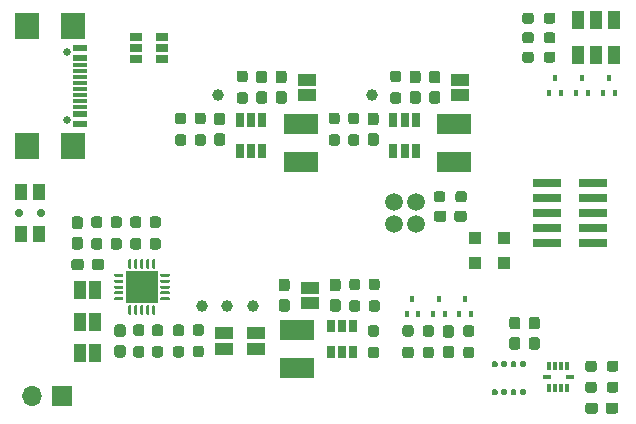
<source format=gbr>
%TF.GenerationSoftware,KiCad,Pcbnew,(5.1.7)-1*%
%TF.CreationDate,2021-01-20T17:17:38-05:00*%
%TF.ProjectId,SYSC4907_REV2,53595343-3439-4303-975f-524556322e6b,rev?*%
%TF.SameCoordinates,Original*%
%TF.FileFunction,Soldermask,Top*%
%TF.FilePolarity,Negative*%
%FSLAX46Y46*%
G04 Gerber Fmt 4.6, Leading zero omitted, Abs format (unit mm)*
G04 Created by KiCad (PCBNEW (5.1.7)-1) date 2021-01-20 17:17:38*
%MOMM*%
%LPD*%
G01*
G04 APERTURE LIST*
%ADD10R,1.000000X1.000000*%
%ADD11R,1.150000X0.300000*%
%ADD12R,1.150000X0.600000*%
%ADD13R,2.000000X2.180000*%
%ADD14C,0.650000*%
%ADD15R,2.400000X0.740000*%
%ADD16R,1.000000X1.500000*%
%ADD17R,1.500000X1.000000*%
%ADD18R,2.900000X1.800000*%
%ADD19R,0.400000X0.510000*%
%ADD20R,1.050000X1.400000*%
%ADD21C,0.700000*%
%ADD22C,1.000000*%
%ADD23R,1.060000X0.650000*%
%ADD24R,2.700000X2.700000*%
%ADD25R,0.650000X1.220000*%
%ADD26R,0.650000X1.060000*%
%ADD27C,1.500000*%
%ADD28R,0.300000X0.800000*%
%ADD29R,0.800000X0.300000*%
%ADD30R,1.700000X1.700000*%
%ADD31O,1.700000X1.700000*%
G04 APERTURE END LIST*
%TO.C,C301*%
G36*
G01*
X56967000Y-127102500D02*
X56967000Y-126627500D01*
G75*
G02*
X57204500Y-126390000I237500J0D01*
G01*
X57804500Y-126390000D01*
G75*
G02*
X58042000Y-126627500I0J-237500D01*
G01*
X58042000Y-127102500D01*
G75*
G02*
X57804500Y-127340000I-237500J0D01*
G01*
X57204500Y-127340000D01*
G75*
G02*
X56967000Y-127102500I0J237500D01*
G01*
G37*
G36*
G01*
X55242000Y-127102500D02*
X55242000Y-126627500D01*
G75*
G02*
X55479500Y-126390000I237500J0D01*
G01*
X56079500Y-126390000D01*
G75*
G02*
X56317000Y-126627500I0J-237500D01*
G01*
X56317000Y-127102500D01*
G75*
G02*
X56079500Y-127340000I-237500J0D01*
G01*
X55479500Y-127340000D01*
G75*
G02*
X55242000Y-127102500I0J237500D01*
G01*
G37*
%TD*%
%TO.C,C302*%
G36*
G01*
X71603500Y-113254000D02*
X71128500Y-113254000D01*
G75*
G02*
X70891000Y-113016500I0J237500D01*
G01*
X70891000Y-112416500D01*
G75*
G02*
X71128500Y-112179000I237500J0D01*
G01*
X71603500Y-112179000D01*
G75*
G02*
X71841000Y-112416500I0J-237500D01*
G01*
X71841000Y-113016500D01*
G75*
G02*
X71603500Y-113254000I-237500J0D01*
G01*
G37*
G36*
G01*
X71603500Y-111529000D02*
X71128500Y-111529000D01*
G75*
G02*
X70891000Y-111291500I0J237500D01*
G01*
X70891000Y-110691500D01*
G75*
G02*
X71128500Y-110454000I237500J0D01*
G01*
X71603500Y-110454000D01*
G75*
G02*
X71841000Y-110691500I0J-237500D01*
G01*
X71841000Y-111291500D01*
G75*
G02*
X71603500Y-111529000I-237500J0D01*
G01*
G37*
%TD*%
%TO.C,C303*%
G36*
G01*
X59610000Y-134742000D02*
X59135000Y-134742000D01*
G75*
G02*
X58897500Y-134504500I0J237500D01*
G01*
X58897500Y-133904500D01*
G75*
G02*
X59135000Y-133667000I237500J0D01*
G01*
X59610000Y-133667000D01*
G75*
G02*
X59847500Y-133904500I0J-237500D01*
G01*
X59847500Y-134504500D01*
G75*
G02*
X59610000Y-134742000I-237500J0D01*
G01*
G37*
G36*
G01*
X59610000Y-133017000D02*
X59135000Y-133017000D01*
G75*
G02*
X58897500Y-132779500I0J237500D01*
G01*
X58897500Y-132179500D01*
G75*
G02*
X59135000Y-131942000I237500J0D01*
G01*
X59610000Y-131942000D01*
G75*
G02*
X59847500Y-132179500I0J-237500D01*
G01*
X59847500Y-132779500D01*
G75*
G02*
X59610000Y-133017000I-237500J0D01*
G01*
G37*
%TD*%
%TO.C,C304*%
G36*
G01*
X68047500Y-115085000D02*
X67572500Y-115085000D01*
G75*
G02*
X67335000Y-114847500I0J237500D01*
G01*
X67335000Y-114247500D01*
G75*
G02*
X67572500Y-114010000I237500J0D01*
G01*
X68047500Y-114010000D01*
G75*
G02*
X68285000Y-114247500I0J-237500D01*
G01*
X68285000Y-114847500D01*
G75*
G02*
X68047500Y-115085000I-237500J0D01*
G01*
G37*
G36*
G01*
X68047500Y-116810000D02*
X67572500Y-116810000D01*
G75*
G02*
X67335000Y-116572500I0J237500D01*
G01*
X67335000Y-115972500D01*
G75*
G02*
X67572500Y-115735000I237500J0D01*
G01*
X68047500Y-115735000D01*
G75*
G02*
X68285000Y-115972500I0J-237500D01*
G01*
X68285000Y-116572500D01*
G75*
G02*
X68047500Y-116810000I-237500J0D01*
G01*
G37*
%TD*%
%TO.C,C305*%
G36*
G01*
X73254500Y-113254000D02*
X72779500Y-113254000D01*
G75*
G02*
X72542000Y-113016500I0J237500D01*
G01*
X72542000Y-112416500D01*
G75*
G02*
X72779500Y-112179000I237500J0D01*
G01*
X73254500Y-112179000D01*
G75*
G02*
X73492000Y-112416500I0J-237500D01*
G01*
X73492000Y-113016500D01*
G75*
G02*
X73254500Y-113254000I-237500J0D01*
G01*
G37*
G36*
G01*
X73254500Y-111529000D02*
X72779500Y-111529000D01*
G75*
G02*
X72542000Y-111291500I0J237500D01*
G01*
X72542000Y-110691500D01*
G75*
G02*
X72779500Y-110454000I237500J0D01*
G01*
X73254500Y-110454000D01*
G75*
G02*
X73492000Y-110691500I0J-237500D01*
G01*
X73492000Y-111291500D01*
G75*
G02*
X73254500Y-111529000I-237500J0D01*
G01*
G37*
%TD*%
%TO.C,C306*%
G36*
G01*
X55990500Y-123873000D02*
X55515500Y-123873000D01*
G75*
G02*
X55278000Y-123635500I0J237500D01*
G01*
X55278000Y-123035500D01*
G75*
G02*
X55515500Y-122798000I237500J0D01*
G01*
X55990500Y-122798000D01*
G75*
G02*
X56228000Y-123035500I0J-237500D01*
G01*
X56228000Y-123635500D01*
G75*
G02*
X55990500Y-123873000I-237500J0D01*
G01*
G37*
G36*
G01*
X55990500Y-125598000D02*
X55515500Y-125598000D01*
G75*
G02*
X55278000Y-125360500I0J237500D01*
G01*
X55278000Y-124760500D01*
G75*
G02*
X55515500Y-124523000I237500J0D01*
G01*
X55990500Y-124523000D01*
G75*
G02*
X56228000Y-124760500I0J-237500D01*
G01*
X56228000Y-125360500D01*
G75*
G02*
X55990500Y-125598000I-237500J0D01*
G01*
G37*
%TD*%
%TO.C,C307*%
G36*
G01*
X84603500Y-111529000D02*
X84128500Y-111529000D01*
G75*
G02*
X83891000Y-111291500I0J237500D01*
G01*
X83891000Y-110691500D01*
G75*
G02*
X84128500Y-110454000I237500J0D01*
G01*
X84603500Y-110454000D01*
G75*
G02*
X84841000Y-110691500I0J-237500D01*
G01*
X84841000Y-111291500D01*
G75*
G02*
X84603500Y-111529000I-237500J0D01*
G01*
G37*
G36*
G01*
X84603500Y-113254000D02*
X84128500Y-113254000D01*
G75*
G02*
X83891000Y-113016500I0J237500D01*
G01*
X83891000Y-112416500D01*
G75*
G02*
X84128500Y-112179000I237500J0D01*
G01*
X84603500Y-112179000D01*
G75*
G02*
X84841000Y-112416500I0J-237500D01*
G01*
X84841000Y-113016500D01*
G75*
G02*
X84603500Y-113254000I-237500J0D01*
G01*
G37*
%TD*%
%TO.C,C308*%
G36*
G01*
X87420500Y-133076500D02*
X86945500Y-133076500D01*
G75*
G02*
X86708000Y-132839000I0J237500D01*
G01*
X86708000Y-132239000D01*
G75*
G02*
X86945500Y-132001500I237500J0D01*
G01*
X87420500Y-132001500D01*
G75*
G02*
X87658000Y-132239000I0J-237500D01*
G01*
X87658000Y-132839000D01*
G75*
G02*
X87420500Y-133076500I-237500J0D01*
G01*
G37*
G36*
G01*
X87420500Y-134801500D02*
X86945500Y-134801500D01*
G75*
G02*
X86708000Y-134564000I0J237500D01*
G01*
X86708000Y-133964000D01*
G75*
G02*
X86945500Y-133726500I237500J0D01*
G01*
X87420500Y-133726500D01*
G75*
G02*
X87658000Y-133964000I0J-237500D01*
G01*
X87658000Y-134564000D01*
G75*
G02*
X87420500Y-134801500I-237500J0D01*
G01*
G37*
%TD*%
%TO.C,C309*%
G36*
G01*
X81047500Y-116810000D02*
X80572500Y-116810000D01*
G75*
G02*
X80335000Y-116572500I0J237500D01*
G01*
X80335000Y-115972500D01*
G75*
G02*
X80572500Y-115735000I237500J0D01*
G01*
X81047500Y-115735000D01*
G75*
G02*
X81285000Y-115972500I0J-237500D01*
G01*
X81285000Y-116572500D01*
G75*
G02*
X81047500Y-116810000I-237500J0D01*
G01*
G37*
G36*
G01*
X81047500Y-115085000D02*
X80572500Y-115085000D01*
G75*
G02*
X80335000Y-114847500I0J237500D01*
G01*
X80335000Y-114247500D01*
G75*
G02*
X80572500Y-114010000I237500J0D01*
G01*
X81047500Y-114010000D01*
G75*
G02*
X81285000Y-114247500I0J-237500D01*
G01*
X81285000Y-114847500D01*
G75*
G02*
X81047500Y-115085000I-237500J0D01*
G01*
G37*
%TD*%
%TO.C,C310*%
G36*
G01*
X73514000Y-129139500D02*
X73039000Y-129139500D01*
G75*
G02*
X72801500Y-128902000I0J237500D01*
G01*
X72801500Y-128302000D01*
G75*
G02*
X73039000Y-128064500I237500J0D01*
G01*
X73514000Y-128064500D01*
G75*
G02*
X73751500Y-128302000I0J-237500D01*
G01*
X73751500Y-128902000D01*
G75*
G02*
X73514000Y-129139500I-237500J0D01*
G01*
G37*
G36*
G01*
X73514000Y-130864500D02*
X73039000Y-130864500D01*
G75*
G02*
X72801500Y-130627000I0J237500D01*
G01*
X72801500Y-130027000D01*
G75*
G02*
X73039000Y-129789500I237500J0D01*
G01*
X73514000Y-129789500D01*
G75*
G02*
X73751500Y-130027000I0J-237500D01*
G01*
X73751500Y-130627000D01*
G75*
G02*
X73514000Y-130864500I-237500J0D01*
G01*
G37*
%TD*%
%TO.C,C311*%
G36*
G01*
X86254500Y-113254000D02*
X85779500Y-113254000D01*
G75*
G02*
X85542000Y-113016500I0J237500D01*
G01*
X85542000Y-112416500D01*
G75*
G02*
X85779500Y-112179000I237500J0D01*
G01*
X86254500Y-112179000D01*
G75*
G02*
X86492000Y-112416500I0J-237500D01*
G01*
X86492000Y-113016500D01*
G75*
G02*
X86254500Y-113254000I-237500J0D01*
G01*
G37*
G36*
G01*
X86254500Y-111529000D02*
X85779500Y-111529000D01*
G75*
G02*
X85542000Y-111291500I0J237500D01*
G01*
X85542000Y-110691500D01*
G75*
G02*
X85779500Y-110454000I237500J0D01*
G01*
X86254500Y-110454000D01*
G75*
G02*
X86492000Y-110691500I0J-237500D01*
G01*
X86492000Y-111291500D01*
G75*
G02*
X86254500Y-111529000I-237500J0D01*
G01*
G37*
%TD*%
%TO.C,C312*%
G36*
G01*
X77832000Y-129139500D02*
X77357000Y-129139500D01*
G75*
G02*
X77119500Y-128902000I0J237500D01*
G01*
X77119500Y-128302000D01*
G75*
G02*
X77357000Y-128064500I237500J0D01*
G01*
X77832000Y-128064500D01*
G75*
G02*
X78069500Y-128302000I0J-237500D01*
G01*
X78069500Y-128902000D01*
G75*
G02*
X77832000Y-129139500I-237500J0D01*
G01*
G37*
G36*
G01*
X77832000Y-130864500D02*
X77357000Y-130864500D01*
G75*
G02*
X77119500Y-130627000I0J237500D01*
G01*
X77119500Y-130027000D01*
G75*
G02*
X77357000Y-129789500I237500J0D01*
G01*
X77832000Y-129789500D01*
G75*
G02*
X78069500Y-130027000I0J-237500D01*
G01*
X78069500Y-130627000D01*
G75*
G02*
X77832000Y-130864500I-237500J0D01*
G01*
G37*
%TD*%
%TO.C,C415*%
G36*
G01*
X87663000Y-123017500D02*
X87663000Y-122542500D01*
G75*
G02*
X87900500Y-122305000I237500J0D01*
G01*
X88500500Y-122305000D01*
G75*
G02*
X88738000Y-122542500I0J-237500D01*
G01*
X88738000Y-123017500D01*
G75*
G02*
X88500500Y-123255000I-237500J0D01*
G01*
X87900500Y-123255000D01*
G75*
G02*
X87663000Y-123017500I0J237500D01*
G01*
G37*
G36*
G01*
X85938000Y-123017500D02*
X85938000Y-122542500D01*
G75*
G02*
X86175500Y-122305000I237500J0D01*
G01*
X86775500Y-122305000D01*
G75*
G02*
X87013000Y-122542500I0J-237500D01*
G01*
X87013000Y-123017500D01*
G75*
G02*
X86775500Y-123255000I-237500J0D01*
G01*
X86175500Y-123255000D01*
G75*
G02*
X85938000Y-123017500I0J237500D01*
G01*
G37*
%TD*%
%TO.C,C416*%
G36*
G01*
X94687500Y-134086000D02*
X94212500Y-134086000D01*
G75*
G02*
X93975000Y-133848500I0J237500D01*
G01*
X93975000Y-133248500D01*
G75*
G02*
X94212500Y-133011000I237500J0D01*
G01*
X94687500Y-133011000D01*
G75*
G02*
X94925000Y-133248500I0J-237500D01*
G01*
X94925000Y-133848500D01*
G75*
G02*
X94687500Y-134086000I-237500J0D01*
G01*
G37*
G36*
G01*
X94687500Y-132361000D02*
X94212500Y-132361000D01*
G75*
G02*
X93975000Y-132123500I0J237500D01*
G01*
X93975000Y-131523500D01*
G75*
G02*
X94212500Y-131286000I237500J0D01*
G01*
X94687500Y-131286000D01*
G75*
G02*
X94925000Y-131523500I0J-237500D01*
G01*
X94925000Y-132123500D01*
G75*
G02*
X94687500Y-132361000I-237500J0D01*
G01*
G37*
%TD*%
%TO.C,C417*%
G36*
G01*
X93036500Y-132361000D02*
X92561500Y-132361000D01*
G75*
G02*
X92324000Y-132123500I0J237500D01*
G01*
X92324000Y-131523500D01*
G75*
G02*
X92561500Y-131286000I237500J0D01*
G01*
X93036500Y-131286000D01*
G75*
G02*
X93274000Y-131523500I0J-237500D01*
G01*
X93274000Y-132123500D01*
G75*
G02*
X93036500Y-132361000I-237500J0D01*
G01*
G37*
G36*
G01*
X93036500Y-134086000D02*
X92561500Y-134086000D01*
G75*
G02*
X92324000Y-133848500I0J237500D01*
G01*
X92324000Y-133248500D01*
G75*
G02*
X92561500Y-133011000I237500J0D01*
G01*
X93036500Y-133011000D01*
G75*
G02*
X93274000Y-133248500I0J-237500D01*
G01*
X93274000Y-133848500D01*
G75*
G02*
X93036500Y-134086000I-237500J0D01*
G01*
G37*
%TD*%
%TO.C,C418*%
G36*
G01*
X100490000Y-139273500D02*
X100490000Y-138798500D01*
G75*
G02*
X100727500Y-138561000I237500J0D01*
G01*
X101327500Y-138561000D01*
G75*
G02*
X101565000Y-138798500I0J-237500D01*
G01*
X101565000Y-139273500D01*
G75*
G02*
X101327500Y-139511000I-237500J0D01*
G01*
X100727500Y-139511000D01*
G75*
G02*
X100490000Y-139273500I0J237500D01*
G01*
G37*
G36*
G01*
X98765000Y-139273500D02*
X98765000Y-138798500D01*
G75*
G02*
X99002500Y-138561000I237500J0D01*
G01*
X99602500Y-138561000D01*
G75*
G02*
X99840000Y-138798500I0J-237500D01*
G01*
X99840000Y-139273500D01*
G75*
G02*
X99602500Y-139511000I-237500J0D01*
G01*
X99002500Y-139511000D01*
G75*
G02*
X98765000Y-139273500I0J237500D01*
G01*
G37*
%TD*%
D10*
%TO.C,D301*%
X91890000Y-126717000D03*
X89390000Y-126717000D03*
%TD*%
%TO.C,D302*%
X89390000Y-124658501D03*
X91890000Y-124658501D03*
%TD*%
D11*
%TO.C,J201*%
X56000000Y-111500000D03*
X56000000Y-112000000D03*
X56000000Y-112500000D03*
X56000000Y-113000000D03*
X56000000Y-113500000D03*
X56000000Y-111000000D03*
X56000000Y-110500000D03*
X56000000Y-110000000D03*
D12*
X56000000Y-109350000D03*
X56000000Y-114150000D03*
X56000000Y-114950000D03*
X56000000Y-108550000D03*
D13*
X55425000Y-106640000D03*
X55425000Y-116860000D03*
X51495000Y-116860000D03*
X51495000Y-106640000D03*
D14*
X54925000Y-108860000D03*
X54925000Y-114640000D03*
%TD*%
D15*
%TO.C,J202*%
X95550000Y-119960000D03*
X99450000Y-119960000D03*
X95550000Y-121230000D03*
X99450000Y-121230000D03*
X95550000Y-122500000D03*
X99450000Y-122500000D03*
X95550000Y-123770000D03*
X99450000Y-123770000D03*
X95550000Y-125040000D03*
X99450000Y-125040000D03*
%TD*%
D16*
%TO.C,JP301*%
X55992000Y-129024000D03*
X57292000Y-129024000D03*
%TD*%
%TO.C,JP302*%
X57292000Y-131691000D03*
X55992000Y-131691000D03*
%TD*%
%TO.C,JP303*%
X55992000Y-134358000D03*
X57292000Y-134358000D03*
%TD*%
D17*
%TO.C,JP304*%
X70866000Y-132692000D03*
X70866000Y-133992000D03*
%TD*%
%TO.C,JP305*%
X68161000Y-133986000D03*
X68161000Y-132686000D03*
%TD*%
%TO.C,JP306*%
X75176000Y-111204000D03*
X75176000Y-112504000D03*
%TD*%
%TO.C,JP307*%
X88176000Y-112504000D03*
X88176000Y-111204000D03*
%TD*%
%TO.C,JP308*%
X75435500Y-128814500D03*
X75435500Y-130114500D03*
%TD*%
D18*
%TO.C,L301*%
X74668000Y-114953000D03*
X74668000Y-118153000D03*
%TD*%
%TO.C,L302*%
X87668000Y-114953000D03*
X87668000Y-118153000D03*
%TD*%
%TO.C,L303*%
X74356000Y-135636500D03*
X74356000Y-132436500D03*
%TD*%
D19*
%TO.C,Q201*%
X96728000Y-112376000D03*
X96228000Y-111086000D03*
X95728000Y-112376000D03*
%TD*%
%TO.C,Q202*%
X98014000Y-112376000D03*
X98514000Y-111086000D03*
X99014000Y-112376000D03*
%TD*%
%TO.C,Q203*%
X101300000Y-112376000D03*
X100800000Y-111086000D03*
X100300000Y-112376000D03*
%TD*%
%TO.C,Q301*%
X88080000Y-131062000D03*
X88580000Y-129772000D03*
X89080000Y-131062000D03*
%TD*%
%TO.C,Q302*%
X85857500Y-131062000D03*
X86357500Y-129772000D03*
X86857500Y-131062000D03*
%TD*%
%TO.C,Q303*%
X84635000Y-131062000D03*
X84135000Y-129772000D03*
X83635000Y-131062000D03*
%TD*%
%TO.C,R204*%
G36*
G01*
X95256000Y-106253500D02*
X95256000Y-105778500D01*
G75*
G02*
X95493500Y-105541000I237500J0D01*
G01*
X95993500Y-105541000D01*
G75*
G02*
X96231000Y-105778500I0J-237500D01*
G01*
X96231000Y-106253500D01*
G75*
G02*
X95993500Y-106491000I-237500J0D01*
G01*
X95493500Y-106491000D01*
G75*
G02*
X95256000Y-106253500I0J237500D01*
G01*
G37*
G36*
G01*
X93431000Y-106253500D02*
X93431000Y-105778500D01*
G75*
G02*
X93668500Y-105541000I237500J0D01*
G01*
X94168500Y-105541000D01*
G75*
G02*
X94406000Y-105778500I0J-237500D01*
G01*
X94406000Y-106253500D01*
G75*
G02*
X94168500Y-106491000I-237500J0D01*
G01*
X93668500Y-106491000D01*
G75*
G02*
X93431000Y-106253500I0J237500D01*
G01*
G37*
%TD*%
%TO.C,R205*%
G36*
G01*
X93431000Y-107904500D02*
X93431000Y-107429500D01*
G75*
G02*
X93668500Y-107192000I237500J0D01*
G01*
X94168500Y-107192000D01*
G75*
G02*
X94406000Y-107429500I0J-237500D01*
G01*
X94406000Y-107904500D01*
G75*
G02*
X94168500Y-108142000I-237500J0D01*
G01*
X93668500Y-108142000D01*
G75*
G02*
X93431000Y-107904500I0J237500D01*
G01*
G37*
G36*
G01*
X95256000Y-107904500D02*
X95256000Y-107429500D01*
G75*
G02*
X95493500Y-107192000I237500J0D01*
G01*
X95993500Y-107192000D01*
G75*
G02*
X96231000Y-107429500I0J-237500D01*
G01*
X96231000Y-107904500D01*
G75*
G02*
X95993500Y-108142000I-237500J0D01*
G01*
X95493500Y-108142000D01*
G75*
G02*
X95256000Y-107904500I0J237500D01*
G01*
G37*
%TD*%
%TO.C,R206*%
G36*
G01*
X93431000Y-109555500D02*
X93431000Y-109080500D01*
G75*
G02*
X93668500Y-108843000I237500J0D01*
G01*
X94168500Y-108843000D01*
G75*
G02*
X94406000Y-109080500I0J-237500D01*
G01*
X94406000Y-109555500D01*
G75*
G02*
X94168500Y-109793000I-237500J0D01*
G01*
X93668500Y-109793000D01*
G75*
G02*
X93431000Y-109555500I0J237500D01*
G01*
G37*
G36*
G01*
X95256000Y-109555500D02*
X95256000Y-109080500D01*
G75*
G02*
X95493500Y-108843000I237500J0D01*
G01*
X95993500Y-108843000D01*
G75*
G02*
X96231000Y-109080500I0J-237500D01*
G01*
X96231000Y-109555500D01*
G75*
G02*
X95993500Y-109793000I-237500J0D01*
G01*
X95493500Y-109793000D01*
G75*
G02*
X95256000Y-109555500I0J237500D01*
G01*
G37*
%TD*%
%TO.C,R301*%
G36*
G01*
X61197500Y-134742000D02*
X60722500Y-134742000D01*
G75*
G02*
X60485000Y-134504500I0J237500D01*
G01*
X60485000Y-134004500D01*
G75*
G02*
X60722500Y-133767000I237500J0D01*
G01*
X61197500Y-133767000D01*
G75*
G02*
X61435000Y-134004500I0J-237500D01*
G01*
X61435000Y-134504500D01*
G75*
G02*
X61197500Y-134742000I-237500J0D01*
G01*
G37*
G36*
G01*
X61197500Y-132917000D02*
X60722500Y-132917000D01*
G75*
G02*
X60485000Y-132679500I0J237500D01*
G01*
X60485000Y-132179500D01*
G75*
G02*
X60722500Y-131942000I237500J0D01*
G01*
X61197500Y-131942000D01*
G75*
G02*
X61435000Y-132179500I0J-237500D01*
G01*
X61435000Y-132679500D01*
G75*
G02*
X61197500Y-132917000I-237500J0D01*
G01*
G37*
%TD*%
%TO.C,R302*%
G36*
G01*
X62310000Y-133767000D02*
X62785000Y-133767000D01*
G75*
G02*
X63022500Y-134004500I0J-237500D01*
G01*
X63022500Y-134504500D01*
G75*
G02*
X62785000Y-134742000I-237500J0D01*
G01*
X62310000Y-134742000D01*
G75*
G02*
X62072500Y-134504500I0J237500D01*
G01*
X62072500Y-134004500D01*
G75*
G02*
X62310000Y-133767000I237500J0D01*
G01*
G37*
G36*
G01*
X62310000Y-131942000D02*
X62785000Y-131942000D01*
G75*
G02*
X63022500Y-132179500I0J-237500D01*
G01*
X63022500Y-132679500D01*
G75*
G02*
X62785000Y-132917000I-237500J0D01*
G01*
X62310000Y-132917000D01*
G75*
G02*
X62072500Y-132679500I0J237500D01*
G01*
X62072500Y-132179500D01*
G75*
G02*
X62310000Y-131942000I237500J0D01*
G01*
G37*
%TD*%
%TO.C,R303*%
G36*
G01*
X64088000Y-133767000D02*
X64563000Y-133767000D01*
G75*
G02*
X64800500Y-134004500I0J-237500D01*
G01*
X64800500Y-134504500D01*
G75*
G02*
X64563000Y-134742000I-237500J0D01*
G01*
X64088000Y-134742000D01*
G75*
G02*
X63850500Y-134504500I0J237500D01*
G01*
X63850500Y-134004500D01*
G75*
G02*
X64088000Y-133767000I237500J0D01*
G01*
G37*
G36*
G01*
X64088000Y-131942000D02*
X64563000Y-131942000D01*
G75*
G02*
X64800500Y-132179500I0J-237500D01*
G01*
X64800500Y-132679500D01*
G75*
G02*
X64563000Y-132917000I-237500J0D01*
G01*
X64088000Y-132917000D01*
G75*
G02*
X63850500Y-132679500I0J237500D01*
G01*
X63850500Y-132179500D01*
G75*
G02*
X64088000Y-131942000I237500J0D01*
G01*
G37*
%TD*%
%TO.C,R304*%
G36*
G01*
X69477500Y-110454000D02*
X69952500Y-110454000D01*
G75*
G02*
X70190000Y-110691500I0J-237500D01*
G01*
X70190000Y-111191500D01*
G75*
G02*
X69952500Y-111429000I-237500J0D01*
G01*
X69477500Y-111429000D01*
G75*
G02*
X69240000Y-111191500I0J237500D01*
G01*
X69240000Y-110691500D01*
G75*
G02*
X69477500Y-110454000I237500J0D01*
G01*
G37*
G36*
G01*
X69477500Y-112279000D02*
X69952500Y-112279000D01*
G75*
G02*
X70190000Y-112516500I0J-237500D01*
G01*
X70190000Y-113016500D01*
G75*
G02*
X69952500Y-113254000I-237500J0D01*
G01*
X69477500Y-113254000D01*
G75*
G02*
X69240000Y-113016500I0J237500D01*
G01*
X69240000Y-112516500D01*
G75*
G02*
X69477500Y-112279000I237500J0D01*
G01*
G37*
%TD*%
%TO.C,R305*%
G36*
G01*
X62594500Y-125598000D02*
X62119500Y-125598000D01*
G75*
G02*
X61882000Y-125360500I0J237500D01*
G01*
X61882000Y-124860500D01*
G75*
G02*
X62119500Y-124623000I237500J0D01*
G01*
X62594500Y-124623000D01*
G75*
G02*
X62832000Y-124860500I0J-237500D01*
G01*
X62832000Y-125360500D01*
G75*
G02*
X62594500Y-125598000I-237500J0D01*
G01*
G37*
G36*
G01*
X62594500Y-123773000D02*
X62119500Y-123773000D01*
G75*
G02*
X61882000Y-123535500I0J237500D01*
G01*
X61882000Y-123035500D01*
G75*
G02*
X62119500Y-122798000I237500J0D01*
G01*
X62594500Y-122798000D01*
G75*
G02*
X62832000Y-123035500I0J-237500D01*
G01*
X62832000Y-123535500D01*
G75*
G02*
X62594500Y-123773000I-237500J0D01*
G01*
G37*
%TD*%
%TO.C,R306*%
G36*
G01*
X60943500Y-123773000D02*
X60468500Y-123773000D01*
G75*
G02*
X60231000Y-123535500I0J237500D01*
G01*
X60231000Y-123035500D01*
G75*
G02*
X60468500Y-122798000I237500J0D01*
G01*
X60943500Y-122798000D01*
G75*
G02*
X61181000Y-123035500I0J-237500D01*
G01*
X61181000Y-123535500D01*
G75*
G02*
X60943500Y-123773000I-237500J0D01*
G01*
G37*
G36*
G01*
X60943500Y-125598000D02*
X60468500Y-125598000D01*
G75*
G02*
X60231000Y-125360500I0J237500D01*
G01*
X60231000Y-124860500D01*
G75*
G02*
X60468500Y-124623000I237500J0D01*
G01*
X60943500Y-124623000D01*
G75*
G02*
X61181000Y-124860500I0J-237500D01*
G01*
X61181000Y-125360500D01*
G75*
G02*
X60943500Y-125598000I-237500J0D01*
G01*
G37*
%TD*%
%TO.C,R307*%
G36*
G01*
X65764500Y-131921000D02*
X66239500Y-131921000D01*
G75*
G02*
X66477000Y-132158500I0J-237500D01*
G01*
X66477000Y-132658500D01*
G75*
G02*
X66239500Y-132896000I-237500J0D01*
G01*
X65764500Y-132896000D01*
G75*
G02*
X65527000Y-132658500I0J237500D01*
G01*
X65527000Y-132158500D01*
G75*
G02*
X65764500Y-131921000I237500J0D01*
G01*
G37*
G36*
G01*
X65764500Y-133746000D02*
X66239500Y-133746000D01*
G75*
G02*
X66477000Y-133983500I0J-237500D01*
G01*
X66477000Y-134483500D01*
G75*
G02*
X66239500Y-134721000I-237500J0D01*
G01*
X65764500Y-134721000D01*
G75*
G02*
X65527000Y-134483500I0J237500D01*
G01*
X65527000Y-133983500D01*
G75*
G02*
X65764500Y-133746000I237500J0D01*
G01*
G37*
%TD*%
%TO.C,R308*%
G36*
G01*
X66396500Y-116810000D02*
X65921500Y-116810000D01*
G75*
G02*
X65684000Y-116572500I0J237500D01*
G01*
X65684000Y-116072500D01*
G75*
G02*
X65921500Y-115835000I237500J0D01*
G01*
X66396500Y-115835000D01*
G75*
G02*
X66634000Y-116072500I0J-237500D01*
G01*
X66634000Y-116572500D01*
G75*
G02*
X66396500Y-116810000I-237500J0D01*
G01*
G37*
G36*
G01*
X66396500Y-114985000D02*
X65921500Y-114985000D01*
G75*
G02*
X65684000Y-114747500I0J237500D01*
G01*
X65684000Y-114247500D01*
G75*
G02*
X65921500Y-114010000I237500J0D01*
G01*
X66396500Y-114010000D01*
G75*
G02*
X66634000Y-114247500I0J-237500D01*
G01*
X66634000Y-114747500D01*
G75*
G02*
X66396500Y-114985000I-237500J0D01*
G01*
G37*
%TD*%
%TO.C,R309*%
G36*
G01*
X64270500Y-115835000D02*
X64745500Y-115835000D01*
G75*
G02*
X64983000Y-116072500I0J-237500D01*
G01*
X64983000Y-116572500D01*
G75*
G02*
X64745500Y-116810000I-237500J0D01*
G01*
X64270500Y-116810000D01*
G75*
G02*
X64033000Y-116572500I0J237500D01*
G01*
X64033000Y-116072500D01*
G75*
G02*
X64270500Y-115835000I237500J0D01*
G01*
G37*
G36*
G01*
X64270500Y-114010000D02*
X64745500Y-114010000D01*
G75*
G02*
X64983000Y-114247500I0J-237500D01*
G01*
X64983000Y-114747500D01*
G75*
G02*
X64745500Y-114985000I-237500J0D01*
G01*
X64270500Y-114985000D01*
G75*
G02*
X64033000Y-114747500I0J237500D01*
G01*
X64033000Y-114247500D01*
G75*
G02*
X64270500Y-114010000I237500J0D01*
G01*
G37*
%TD*%
%TO.C,R310*%
G36*
G01*
X59292500Y-123773000D02*
X58817500Y-123773000D01*
G75*
G02*
X58580000Y-123535500I0J237500D01*
G01*
X58580000Y-123035500D01*
G75*
G02*
X58817500Y-122798000I237500J0D01*
G01*
X59292500Y-122798000D01*
G75*
G02*
X59530000Y-123035500I0J-237500D01*
G01*
X59530000Y-123535500D01*
G75*
G02*
X59292500Y-123773000I-237500J0D01*
G01*
G37*
G36*
G01*
X59292500Y-125598000D02*
X58817500Y-125598000D01*
G75*
G02*
X58580000Y-125360500I0J237500D01*
G01*
X58580000Y-124860500D01*
G75*
G02*
X58817500Y-124623000I237500J0D01*
G01*
X59292500Y-124623000D01*
G75*
G02*
X59530000Y-124860500I0J-237500D01*
G01*
X59530000Y-125360500D01*
G75*
G02*
X59292500Y-125598000I-237500J0D01*
G01*
G37*
%TD*%
%TO.C,R311*%
G36*
G01*
X57641500Y-125598000D02*
X57166500Y-125598000D01*
G75*
G02*
X56929000Y-125360500I0J237500D01*
G01*
X56929000Y-124860500D01*
G75*
G02*
X57166500Y-124623000I237500J0D01*
G01*
X57641500Y-124623000D01*
G75*
G02*
X57879000Y-124860500I0J-237500D01*
G01*
X57879000Y-125360500D01*
G75*
G02*
X57641500Y-125598000I-237500J0D01*
G01*
G37*
G36*
G01*
X57641500Y-123773000D02*
X57166500Y-123773000D01*
G75*
G02*
X56929000Y-123535500I0J237500D01*
G01*
X56929000Y-123035500D01*
G75*
G02*
X57166500Y-122798000I237500J0D01*
G01*
X57641500Y-122798000D01*
G75*
G02*
X57879000Y-123035500I0J-237500D01*
G01*
X57879000Y-123535500D01*
G75*
G02*
X57641500Y-123773000I-237500J0D01*
G01*
G37*
%TD*%
%TO.C,R312*%
G36*
G01*
X82477500Y-112279000D02*
X82952500Y-112279000D01*
G75*
G02*
X83190000Y-112516500I0J-237500D01*
G01*
X83190000Y-113016500D01*
G75*
G02*
X82952500Y-113254000I-237500J0D01*
G01*
X82477500Y-113254000D01*
G75*
G02*
X82240000Y-113016500I0J237500D01*
G01*
X82240000Y-112516500D01*
G75*
G02*
X82477500Y-112279000I237500J0D01*
G01*
G37*
G36*
G01*
X82477500Y-110454000D02*
X82952500Y-110454000D01*
G75*
G02*
X83190000Y-110691500I0J-237500D01*
G01*
X83190000Y-111191500D01*
G75*
G02*
X82952500Y-111429000I-237500J0D01*
G01*
X82477500Y-111429000D01*
G75*
G02*
X82240000Y-111191500I0J237500D01*
G01*
X82240000Y-110691500D01*
G75*
G02*
X82477500Y-110454000I237500J0D01*
G01*
G37*
%TD*%
%TO.C,R313*%
G36*
G01*
X88660000Y-133826500D02*
X89135000Y-133826500D01*
G75*
G02*
X89372500Y-134064000I0J-237500D01*
G01*
X89372500Y-134564000D01*
G75*
G02*
X89135000Y-134801500I-237500J0D01*
G01*
X88660000Y-134801500D01*
G75*
G02*
X88422500Y-134564000I0J237500D01*
G01*
X88422500Y-134064000D01*
G75*
G02*
X88660000Y-133826500I237500J0D01*
G01*
G37*
G36*
G01*
X88660000Y-132001500D02*
X89135000Y-132001500D01*
G75*
G02*
X89372500Y-132239000I0J-237500D01*
G01*
X89372500Y-132739000D01*
G75*
G02*
X89135000Y-132976500I-237500J0D01*
G01*
X88660000Y-132976500D01*
G75*
G02*
X88422500Y-132739000I0J237500D01*
G01*
X88422500Y-132239000D01*
G75*
G02*
X88660000Y-132001500I237500J0D01*
G01*
G37*
%TD*%
%TO.C,R314*%
G36*
G01*
X83991500Y-132976500D02*
X83516500Y-132976500D01*
G75*
G02*
X83279000Y-132739000I0J237500D01*
G01*
X83279000Y-132239000D01*
G75*
G02*
X83516500Y-132001500I237500J0D01*
G01*
X83991500Y-132001500D01*
G75*
G02*
X84229000Y-132239000I0J-237500D01*
G01*
X84229000Y-132739000D01*
G75*
G02*
X83991500Y-132976500I-237500J0D01*
G01*
G37*
G36*
G01*
X83991500Y-134801500D02*
X83516500Y-134801500D01*
G75*
G02*
X83279000Y-134564000I0J237500D01*
G01*
X83279000Y-134064000D01*
G75*
G02*
X83516500Y-133826500I237500J0D01*
G01*
X83991500Y-133826500D01*
G75*
G02*
X84229000Y-134064000I0J-237500D01*
G01*
X84229000Y-134564000D01*
G75*
G02*
X83991500Y-134801500I-237500J0D01*
G01*
G37*
%TD*%
%TO.C,R315*%
G36*
G01*
X85706000Y-134801500D02*
X85231000Y-134801500D01*
G75*
G02*
X84993500Y-134564000I0J237500D01*
G01*
X84993500Y-134064000D01*
G75*
G02*
X85231000Y-133826500I237500J0D01*
G01*
X85706000Y-133826500D01*
G75*
G02*
X85943500Y-134064000I0J-237500D01*
G01*
X85943500Y-134564000D01*
G75*
G02*
X85706000Y-134801500I-237500J0D01*
G01*
G37*
G36*
G01*
X85706000Y-132976500D02*
X85231000Y-132976500D01*
G75*
G02*
X84993500Y-132739000I0J237500D01*
G01*
X84993500Y-132239000D01*
G75*
G02*
X85231000Y-132001500I237500J0D01*
G01*
X85706000Y-132001500D01*
G75*
G02*
X85943500Y-132239000I0J-237500D01*
G01*
X85943500Y-132739000D01*
G75*
G02*
X85706000Y-132976500I-237500J0D01*
G01*
G37*
%TD*%
%TO.C,R316*%
G36*
G01*
X79396500Y-116810000D02*
X78921500Y-116810000D01*
G75*
G02*
X78684000Y-116572500I0J237500D01*
G01*
X78684000Y-116072500D01*
G75*
G02*
X78921500Y-115835000I237500J0D01*
G01*
X79396500Y-115835000D01*
G75*
G02*
X79634000Y-116072500I0J-237500D01*
G01*
X79634000Y-116572500D01*
G75*
G02*
X79396500Y-116810000I-237500J0D01*
G01*
G37*
G36*
G01*
X79396500Y-114985000D02*
X78921500Y-114985000D01*
G75*
G02*
X78684000Y-114747500I0J237500D01*
G01*
X78684000Y-114247500D01*
G75*
G02*
X78921500Y-114010000I237500J0D01*
G01*
X79396500Y-114010000D01*
G75*
G02*
X79634000Y-114247500I0J-237500D01*
G01*
X79634000Y-114747500D01*
G75*
G02*
X79396500Y-114985000I-237500J0D01*
G01*
G37*
%TD*%
%TO.C,R317*%
G36*
G01*
X77270500Y-114010000D02*
X77745500Y-114010000D01*
G75*
G02*
X77983000Y-114247500I0J-237500D01*
G01*
X77983000Y-114747500D01*
G75*
G02*
X77745500Y-114985000I-237500J0D01*
G01*
X77270500Y-114985000D01*
G75*
G02*
X77033000Y-114747500I0J237500D01*
G01*
X77033000Y-114247500D01*
G75*
G02*
X77270500Y-114010000I237500J0D01*
G01*
G37*
G36*
G01*
X77270500Y-115835000D02*
X77745500Y-115835000D01*
G75*
G02*
X77983000Y-116072500I0J-237500D01*
G01*
X77983000Y-116572500D01*
G75*
G02*
X77745500Y-116810000I-237500J0D01*
G01*
X77270500Y-116810000D01*
G75*
G02*
X77033000Y-116572500I0J237500D01*
G01*
X77033000Y-116072500D01*
G75*
G02*
X77270500Y-115835000I237500J0D01*
G01*
G37*
%TD*%
%TO.C,R318*%
G36*
G01*
X81070500Y-134801500D02*
X80595500Y-134801500D01*
G75*
G02*
X80358000Y-134564000I0J237500D01*
G01*
X80358000Y-134064000D01*
G75*
G02*
X80595500Y-133826500I237500J0D01*
G01*
X81070500Y-133826500D01*
G75*
G02*
X81308000Y-134064000I0J-237500D01*
G01*
X81308000Y-134564000D01*
G75*
G02*
X81070500Y-134801500I-237500J0D01*
G01*
G37*
G36*
G01*
X81070500Y-132976500D02*
X80595500Y-132976500D01*
G75*
G02*
X80358000Y-132739000I0J237500D01*
G01*
X80358000Y-132239000D01*
G75*
G02*
X80595500Y-132001500I237500J0D01*
G01*
X81070500Y-132001500D01*
G75*
G02*
X81308000Y-132239000I0J-237500D01*
G01*
X81308000Y-132739000D01*
G75*
G02*
X81070500Y-132976500I-237500J0D01*
G01*
G37*
%TD*%
%TO.C,R319*%
G36*
G01*
X79008000Y-129889500D02*
X79483000Y-129889500D01*
G75*
G02*
X79720500Y-130127000I0J-237500D01*
G01*
X79720500Y-130627000D01*
G75*
G02*
X79483000Y-130864500I-237500J0D01*
G01*
X79008000Y-130864500D01*
G75*
G02*
X78770500Y-130627000I0J237500D01*
G01*
X78770500Y-130127000D01*
G75*
G02*
X79008000Y-129889500I237500J0D01*
G01*
G37*
G36*
G01*
X79008000Y-128064500D02*
X79483000Y-128064500D01*
G75*
G02*
X79720500Y-128302000I0J-237500D01*
G01*
X79720500Y-128802000D01*
G75*
G02*
X79483000Y-129039500I-237500J0D01*
G01*
X79008000Y-129039500D01*
G75*
G02*
X78770500Y-128802000I0J237500D01*
G01*
X78770500Y-128302000D01*
G75*
G02*
X79008000Y-128064500I237500J0D01*
G01*
G37*
%TD*%
%TO.C,R320*%
G36*
G01*
X81134000Y-130864500D02*
X80659000Y-130864500D01*
G75*
G02*
X80421500Y-130627000I0J237500D01*
G01*
X80421500Y-130127000D01*
G75*
G02*
X80659000Y-129889500I237500J0D01*
G01*
X81134000Y-129889500D01*
G75*
G02*
X81371500Y-130127000I0J-237500D01*
G01*
X81371500Y-130627000D01*
G75*
G02*
X81134000Y-130864500I-237500J0D01*
G01*
G37*
G36*
G01*
X81134000Y-129039500D02*
X80659000Y-129039500D01*
G75*
G02*
X80421500Y-128802000I0J237500D01*
G01*
X80421500Y-128302000D01*
G75*
G02*
X80659000Y-128064500I237500J0D01*
G01*
X81134000Y-128064500D01*
G75*
G02*
X81371500Y-128302000I0J-237500D01*
G01*
X81371500Y-128802000D01*
G75*
G02*
X81134000Y-129039500I-237500J0D01*
G01*
G37*
%TD*%
%TO.C,R403*%
G36*
G01*
X87763000Y-121366500D02*
X87763000Y-120891500D01*
G75*
G02*
X88000500Y-120654000I237500J0D01*
G01*
X88500500Y-120654000D01*
G75*
G02*
X88738000Y-120891500I0J-237500D01*
G01*
X88738000Y-121366500D01*
G75*
G02*
X88500500Y-121604000I-237500J0D01*
G01*
X88000500Y-121604000D01*
G75*
G02*
X87763000Y-121366500I0J237500D01*
G01*
G37*
G36*
G01*
X85938000Y-121366500D02*
X85938000Y-120891500D01*
G75*
G02*
X86175500Y-120654000I237500J0D01*
G01*
X86675500Y-120654000D01*
G75*
G02*
X86913000Y-120891500I0J-237500D01*
G01*
X86913000Y-121366500D01*
G75*
G02*
X86675500Y-121604000I-237500J0D01*
G01*
X86175500Y-121604000D01*
G75*
G02*
X85938000Y-121366500I0J237500D01*
G01*
G37*
%TD*%
%TO.C,R404*%
G36*
G01*
X98765000Y-137495500D02*
X98765000Y-137020500D01*
G75*
G02*
X99002500Y-136783000I237500J0D01*
G01*
X99502500Y-136783000D01*
G75*
G02*
X99740000Y-137020500I0J-237500D01*
G01*
X99740000Y-137495500D01*
G75*
G02*
X99502500Y-137733000I-237500J0D01*
G01*
X99002500Y-137733000D01*
G75*
G02*
X98765000Y-137495500I0J237500D01*
G01*
G37*
G36*
G01*
X100590000Y-137495500D02*
X100590000Y-137020500D01*
G75*
G02*
X100827500Y-136783000I237500J0D01*
G01*
X101327500Y-136783000D01*
G75*
G02*
X101565000Y-137020500I0J-237500D01*
G01*
X101565000Y-137495500D01*
G75*
G02*
X101327500Y-137733000I-237500J0D01*
G01*
X100827500Y-137733000D01*
G75*
G02*
X100590000Y-137495500I0J237500D01*
G01*
G37*
%TD*%
%TO.C,R405*%
G36*
G01*
X98765000Y-135717500D02*
X98765000Y-135242500D01*
G75*
G02*
X99002500Y-135005000I237500J0D01*
G01*
X99502500Y-135005000D01*
G75*
G02*
X99740000Y-135242500I0J-237500D01*
G01*
X99740000Y-135717500D01*
G75*
G02*
X99502500Y-135955000I-237500J0D01*
G01*
X99002500Y-135955000D01*
G75*
G02*
X98765000Y-135717500I0J237500D01*
G01*
G37*
G36*
G01*
X100590000Y-135717500D02*
X100590000Y-135242500D01*
G75*
G02*
X100827500Y-135005000I237500J0D01*
G01*
X101327500Y-135005000D01*
G75*
G02*
X101565000Y-135242500I0J-237500D01*
G01*
X101565000Y-135717500D01*
G75*
G02*
X101327500Y-135955000I-237500J0D01*
G01*
X100827500Y-135955000D01*
G75*
G02*
X100590000Y-135717500I0J237500D01*
G01*
G37*
%TD*%
D20*
%TO.C,SW301*%
X51025000Y-124300000D03*
X52475000Y-124300000D03*
X52475000Y-120700000D03*
X51025000Y-120700000D03*
D21*
X52650000Y-122500000D03*
X50850000Y-122500000D03*
%TD*%
D22*
%TO.C,TP301*%
X66294000Y-130357500D03*
%TD*%
%TO.C,TP302*%
X70612000Y-130357500D03*
%TD*%
%TO.C,TP303*%
X68453000Y-130357500D03*
%TD*%
%TO.C,TP304*%
X67683000Y-112550000D03*
%TD*%
%TO.C,TP305*%
X80683000Y-112550000D03*
%TD*%
D23*
%TO.C,U201*%
X60711000Y-107606000D03*
X60711000Y-108556000D03*
X60711000Y-109506000D03*
X62911000Y-109506000D03*
X62911000Y-107606000D03*
X62911000Y-108556000D03*
%TD*%
D16*
%TO.C,U204*%
X98157000Y-109167000D03*
X99657000Y-109167000D03*
X101157000Y-109167000D03*
X99657000Y-106167000D03*
X98157000Y-106167000D03*
X101157000Y-106167000D03*
%TD*%
%TO.C,U301*%
G36*
G01*
X60276500Y-131120000D02*
X60151500Y-131120000D01*
G75*
G02*
X60089000Y-131057500I0J62500D01*
G01*
X60089000Y-130382500D01*
G75*
G02*
X60151500Y-130320000I62500J0D01*
G01*
X60276500Y-130320000D01*
G75*
G02*
X60339000Y-130382500I0J-62500D01*
G01*
X60339000Y-131057500D01*
G75*
G02*
X60276500Y-131120000I-62500J0D01*
G01*
G37*
G36*
G01*
X60776500Y-131120000D02*
X60651500Y-131120000D01*
G75*
G02*
X60589000Y-131057500I0J62500D01*
G01*
X60589000Y-130382500D01*
G75*
G02*
X60651500Y-130320000I62500J0D01*
G01*
X60776500Y-130320000D01*
G75*
G02*
X60839000Y-130382500I0J-62500D01*
G01*
X60839000Y-131057500D01*
G75*
G02*
X60776500Y-131120000I-62500J0D01*
G01*
G37*
G36*
G01*
X61276500Y-131120000D02*
X61151500Y-131120000D01*
G75*
G02*
X61089000Y-131057500I0J62500D01*
G01*
X61089000Y-130382500D01*
G75*
G02*
X61151500Y-130320000I62500J0D01*
G01*
X61276500Y-130320000D01*
G75*
G02*
X61339000Y-130382500I0J-62500D01*
G01*
X61339000Y-131057500D01*
G75*
G02*
X61276500Y-131120000I-62500J0D01*
G01*
G37*
G36*
G01*
X61776500Y-131120000D02*
X61651500Y-131120000D01*
G75*
G02*
X61589000Y-131057500I0J62500D01*
G01*
X61589000Y-130382500D01*
G75*
G02*
X61651500Y-130320000I62500J0D01*
G01*
X61776500Y-130320000D01*
G75*
G02*
X61839000Y-130382500I0J-62500D01*
G01*
X61839000Y-131057500D01*
G75*
G02*
X61776500Y-131120000I-62500J0D01*
G01*
G37*
G36*
G01*
X62276500Y-131120000D02*
X62151500Y-131120000D01*
G75*
G02*
X62089000Y-131057500I0J62500D01*
G01*
X62089000Y-130382500D01*
G75*
G02*
X62151500Y-130320000I62500J0D01*
G01*
X62276500Y-130320000D01*
G75*
G02*
X62339000Y-130382500I0J-62500D01*
G01*
X62339000Y-131057500D01*
G75*
G02*
X62276500Y-131120000I-62500J0D01*
G01*
G37*
G36*
G01*
X63501500Y-129895000D02*
X62826500Y-129895000D01*
G75*
G02*
X62764000Y-129832500I0J62500D01*
G01*
X62764000Y-129707500D01*
G75*
G02*
X62826500Y-129645000I62500J0D01*
G01*
X63501500Y-129645000D01*
G75*
G02*
X63564000Y-129707500I0J-62500D01*
G01*
X63564000Y-129832500D01*
G75*
G02*
X63501500Y-129895000I-62500J0D01*
G01*
G37*
G36*
G01*
X63501500Y-129395000D02*
X62826500Y-129395000D01*
G75*
G02*
X62764000Y-129332500I0J62500D01*
G01*
X62764000Y-129207500D01*
G75*
G02*
X62826500Y-129145000I62500J0D01*
G01*
X63501500Y-129145000D01*
G75*
G02*
X63564000Y-129207500I0J-62500D01*
G01*
X63564000Y-129332500D01*
G75*
G02*
X63501500Y-129395000I-62500J0D01*
G01*
G37*
G36*
G01*
X63501500Y-128895000D02*
X62826500Y-128895000D01*
G75*
G02*
X62764000Y-128832500I0J62500D01*
G01*
X62764000Y-128707500D01*
G75*
G02*
X62826500Y-128645000I62500J0D01*
G01*
X63501500Y-128645000D01*
G75*
G02*
X63564000Y-128707500I0J-62500D01*
G01*
X63564000Y-128832500D01*
G75*
G02*
X63501500Y-128895000I-62500J0D01*
G01*
G37*
G36*
G01*
X63501500Y-128395000D02*
X62826500Y-128395000D01*
G75*
G02*
X62764000Y-128332500I0J62500D01*
G01*
X62764000Y-128207500D01*
G75*
G02*
X62826500Y-128145000I62500J0D01*
G01*
X63501500Y-128145000D01*
G75*
G02*
X63564000Y-128207500I0J-62500D01*
G01*
X63564000Y-128332500D01*
G75*
G02*
X63501500Y-128395000I-62500J0D01*
G01*
G37*
G36*
G01*
X63501500Y-127895000D02*
X62826500Y-127895000D01*
G75*
G02*
X62764000Y-127832500I0J62500D01*
G01*
X62764000Y-127707500D01*
G75*
G02*
X62826500Y-127645000I62500J0D01*
G01*
X63501500Y-127645000D01*
G75*
G02*
X63564000Y-127707500I0J-62500D01*
G01*
X63564000Y-127832500D01*
G75*
G02*
X63501500Y-127895000I-62500J0D01*
G01*
G37*
G36*
G01*
X62276500Y-127220000D02*
X62151500Y-127220000D01*
G75*
G02*
X62089000Y-127157500I0J62500D01*
G01*
X62089000Y-126482500D01*
G75*
G02*
X62151500Y-126420000I62500J0D01*
G01*
X62276500Y-126420000D01*
G75*
G02*
X62339000Y-126482500I0J-62500D01*
G01*
X62339000Y-127157500D01*
G75*
G02*
X62276500Y-127220000I-62500J0D01*
G01*
G37*
G36*
G01*
X61776500Y-127220000D02*
X61651500Y-127220000D01*
G75*
G02*
X61589000Y-127157500I0J62500D01*
G01*
X61589000Y-126482500D01*
G75*
G02*
X61651500Y-126420000I62500J0D01*
G01*
X61776500Y-126420000D01*
G75*
G02*
X61839000Y-126482500I0J-62500D01*
G01*
X61839000Y-127157500D01*
G75*
G02*
X61776500Y-127220000I-62500J0D01*
G01*
G37*
G36*
G01*
X61276500Y-127220000D02*
X61151500Y-127220000D01*
G75*
G02*
X61089000Y-127157500I0J62500D01*
G01*
X61089000Y-126482500D01*
G75*
G02*
X61151500Y-126420000I62500J0D01*
G01*
X61276500Y-126420000D01*
G75*
G02*
X61339000Y-126482500I0J-62500D01*
G01*
X61339000Y-127157500D01*
G75*
G02*
X61276500Y-127220000I-62500J0D01*
G01*
G37*
G36*
G01*
X60776500Y-127220000D02*
X60651500Y-127220000D01*
G75*
G02*
X60589000Y-127157500I0J62500D01*
G01*
X60589000Y-126482500D01*
G75*
G02*
X60651500Y-126420000I62500J0D01*
G01*
X60776500Y-126420000D01*
G75*
G02*
X60839000Y-126482500I0J-62500D01*
G01*
X60839000Y-127157500D01*
G75*
G02*
X60776500Y-127220000I-62500J0D01*
G01*
G37*
G36*
G01*
X60276500Y-127220000D02*
X60151500Y-127220000D01*
G75*
G02*
X60089000Y-127157500I0J62500D01*
G01*
X60089000Y-126482500D01*
G75*
G02*
X60151500Y-126420000I62500J0D01*
G01*
X60276500Y-126420000D01*
G75*
G02*
X60339000Y-126482500I0J-62500D01*
G01*
X60339000Y-127157500D01*
G75*
G02*
X60276500Y-127220000I-62500J0D01*
G01*
G37*
G36*
G01*
X59601500Y-127895000D02*
X58926500Y-127895000D01*
G75*
G02*
X58864000Y-127832500I0J62500D01*
G01*
X58864000Y-127707500D01*
G75*
G02*
X58926500Y-127645000I62500J0D01*
G01*
X59601500Y-127645000D01*
G75*
G02*
X59664000Y-127707500I0J-62500D01*
G01*
X59664000Y-127832500D01*
G75*
G02*
X59601500Y-127895000I-62500J0D01*
G01*
G37*
G36*
G01*
X59601500Y-128395000D02*
X58926500Y-128395000D01*
G75*
G02*
X58864000Y-128332500I0J62500D01*
G01*
X58864000Y-128207500D01*
G75*
G02*
X58926500Y-128145000I62500J0D01*
G01*
X59601500Y-128145000D01*
G75*
G02*
X59664000Y-128207500I0J-62500D01*
G01*
X59664000Y-128332500D01*
G75*
G02*
X59601500Y-128395000I-62500J0D01*
G01*
G37*
G36*
G01*
X59601500Y-128895000D02*
X58926500Y-128895000D01*
G75*
G02*
X58864000Y-128832500I0J62500D01*
G01*
X58864000Y-128707500D01*
G75*
G02*
X58926500Y-128645000I62500J0D01*
G01*
X59601500Y-128645000D01*
G75*
G02*
X59664000Y-128707500I0J-62500D01*
G01*
X59664000Y-128832500D01*
G75*
G02*
X59601500Y-128895000I-62500J0D01*
G01*
G37*
G36*
G01*
X59601500Y-129395000D02*
X58926500Y-129395000D01*
G75*
G02*
X58864000Y-129332500I0J62500D01*
G01*
X58864000Y-129207500D01*
G75*
G02*
X58926500Y-129145000I62500J0D01*
G01*
X59601500Y-129145000D01*
G75*
G02*
X59664000Y-129207500I0J-62500D01*
G01*
X59664000Y-129332500D01*
G75*
G02*
X59601500Y-129395000I-62500J0D01*
G01*
G37*
G36*
G01*
X59601500Y-129895000D02*
X58926500Y-129895000D01*
G75*
G02*
X58864000Y-129832500I0J62500D01*
G01*
X58864000Y-129707500D01*
G75*
G02*
X58926500Y-129645000I62500J0D01*
G01*
X59601500Y-129645000D01*
G75*
G02*
X59664000Y-129707500I0J-62500D01*
G01*
X59664000Y-129832500D01*
G75*
G02*
X59601500Y-129895000I-62500J0D01*
G01*
G37*
D24*
X61214000Y-128770000D03*
%TD*%
D25*
%TO.C,U302*%
X69527000Y-114608000D03*
X70477000Y-114608000D03*
X71427000Y-114608000D03*
X71427000Y-117228000D03*
X70477000Y-117228000D03*
X69527000Y-117228000D03*
%TD*%
%TO.C,U303*%
X82527000Y-117228000D03*
X83477000Y-117228000D03*
X84427000Y-117228000D03*
X84427000Y-114608000D03*
X83477000Y-114608000D03*
X82527000Y-114608000D03*
%TD*%
D26*
%TO.C,U304*%
X78166000Y-132047500D03*
X77216000Y-132047500D03*
X79116000Y-132047500D03*
X79116000Y-134247500D03*
X78166000Y-134247500D03*
X77216000Y-134247500D03*
%TD*%
D27*
%TO.C,U404*%
X82600000Y-123400000D03*
X84400000Y-123400000D03*
X82600000Y-121600000D03*
X84400000Y-121600000D03*
%TD*%
%TO.C,U405*%
G36*
G01*
X93741000Y-137546000D02*
X93741000Y-137821000D01*
G75*
G02*
X93616000Y-137946000I-125000J0D01*
G01*
X93366000Y-137946000D01*
G75*
G02*
X93241000Y-137821000I0J125000D01*
G01*
X93241000Y-137546000D01*
G75*
G02*
X93366000Y-137421000I125000J0D01*
G01*
X93616000Y-137421000D01*
G75*
G02*
X93741000Y-137546000I0J-125000D01*
G01*
G37*
G36*
G01*
X92941000Y-137546000D02*
X92941000Y-137821000D01*
G75*
G02*
X92816000Y-137946000I-125000J0D01*
G01*
X92566000Y-137946000D01*
G75*
G02*
X92441000Y-137821000I0J125000D01*
G01*
X92441000Y-137546000D01*
G75*
G02*
X92566000Y-137421000I125000J0D01*
G01*
X92816000Y-137421000D01*
G75*
G02*
X92941000Y-137546000I0J-125000D01*
G01*
G37*
G36*
G01*
X92141000Y-137546000D02*
X92141000Y-137821000D01*
G75*
G02*
X92016000Y-137946000I-125000J0D01*
G01*
X91766000Y-137946000D01*
G75*
G02*
X91641000Y-137821000I0J125000D01*
G01*
X91641000Y-137546000D01*
G75*
G02*
X91766000Y-137421000I125000J0D01*
G01*
X92016000Y-137421000D01*
G75*
G02*
X92141000Y-137546000I0J-125000D01*
G01*
G37*
G36*
G01*
X91341000Y-137546000D02*
X91341000Y-137821000D01*
G75*
G02*
X91216000Y-137946000I-125000J0D01*
G01*
X90966000Y-137946000D01*
G75*
G02*
X90841000Y-137821000I0J125000D01*
G01*
X90841000Y-137546000D01*
G75*
G02*
X90966000Y-137421000I125000J0D01*
G01*
X91216000Y-137421000D01*
G75*
G02*
X91341000Y-137546000I0J-125000D01*
G01*
G37*
G36*
G01*
X91341000Y-135171000D02*
X91341000Y-135446000D01*
G75*
G02*
X91216000Y-135571000I-125000J0D01*
G01*
X90966000Y-135571000D01*
G75*
G02*
X90841000Y-135446000I0J125000D01*
G01*
X90841000Y-135171000D01*
G75*
G02*
X90966000Y-135046000I125000J0D01*
G01*
X91216000Y-135046000D01*
G75*
G02*
X91341000Y-135171000I0J-125000D01*
G01*
G37*
G36*
G01*
X92141000Y-135171000D02*
X92141000Y-135446000D01*
G75*
G02*
X92016000Y-135571000I-125000J0D01*
G01*
X91766000Y-135571000D01*
G75*
G02*
X91641000Y-135446000I0J125000D01*
G01*
X91641000Y-135171000D01*
G75*
G02*
X91766000Y-135046000I125000J0D01*
G01*
X92016000Y-135046000D01*
G75*
G02*
X92141000Y-135171000I0J-125000D01*
G01*
G37*
G36*
G01*
X92941000Y-135171000D02*
X92941000Y-135446000D01*
G75*
G02*
X92816000Y-135571000I-125000J0D01*
G01*
X92566000Y-135571000D01*
G75*
G02*
X92441000Y-135446000I0J125000D01*
G01*
X92441000Y-135171000D01*
G75*
G02*
X92566000Y-135046000I125000J0D01*
G01*
X92816000Y-135046000D01*
G75*
G02*
X92941000Y-135171000I0J-125000D01*
G01*
G37*
G36*
G01*
X93741000Y-135171000D02*
X93741000Y-135446000D01*
G75*
G02*
X93616000Y-135571000I-125000J0D01*
G01*
X93366000Y-135571000D01*
G75*
G02*
X93241000Y-135446000I0J125000D01*
G01*
X93241000Y-135171000D01*
G75*
G02*
X93366000Y-135046000I125000J0D01*
G01*
X93616000Y-135046000D01*
G75*
G02*
X93741000Y-135171000I0J-125000D01*
G01*
G37*
%TD*%
D28*
%TO.C,U407*%
X95732000Y-137319000D03*
X96232000Y-137319000D03*
X96732000Y-137319000D03*
X97232000Y-137319000D03*
X97232000Y-135419000D03*
X96732000Y-135419000D03*
X96232000Y-135419000D03*
X95732000Y-135419000D03*
D29*
X95532000Y-136369000D03*
X97432000Y-136369000D03*
%TD*%
D30*
%TO.C,J301*%
X54500000Y-138000000D03*
D31*
X51960000Y-138000000D03*
%TD*%
M02*

</source>
